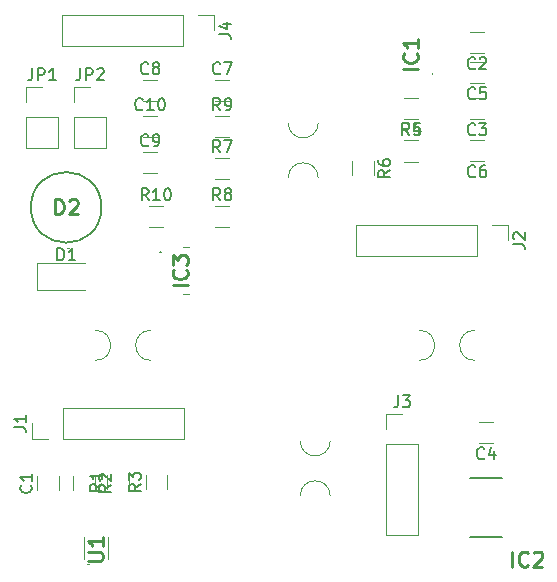
<source format=gbr>
G04 #@! TF.GenerationSoftware,KiCad,Pcbnew,(5.1.5)-3*
G04 #@! TF.CreationDate,2021-02-20T21:47:20+01:00*
G04 #@! TF.ProjectId,brievenbusmelder,62726965-7665-46e6-9275-736d656c6465,rev?*
G04 #@! TF.SameCoordinates,Original*
G04 #@! TF.FileFunction,Legend,Top*
G04 #@! TF.FilePolarity,Positive*
%FSLAX46Y46*%
G04 Gerber Fmt 4.6, Leading zero omitted, Abs format (unit mm)*
G04 Created by KiCad (PCBNEW (5.1.5)-3) date 2021-02-20 21:47:20*
%MOMM*%
%LPD*%
G04 APERTURE LIST*
%ADD10C,0.100000*%
%ADD11C,0.120000*%
%ADD12C,0.200000*%
%ADD13C,0.152400*%
%ADD14C,0.150000*%
%ADD15C,0.254000*%
G04 APERTURE END LIST*
D10*
X59392000Y-66040000D02*
G75*
G02X59392000Y-68580000I0J-1270000D01*
G01*
X64052000Y-66040000D02*
G75*
G03X64052000Y-68580000I0J-1270000D01*
G01*
X49276000Y-80054000D02*
G75*
G02X51816000Y-80054000I1270000J0D01*
G01*
X49276000Y-75394000D02*
G75*
G03X51816000Y-75394000I1270000J0D01*
G01*
X48260000Y-53130000D02*
G75*
G02X50800000Y-53130000I1270000J0D01*
G01*
X48260000Y-48470000D02*
G75*
G03X50800000Y-48470000I1270000J0D01*
G01*
X31960000Y-66040000D02*
G75*
G02X31960000Y-68580000I0J-1270000D01*
G01*
X36620000Y-66040000D02*
G75*
G03X36620000Y-68580000I0J-1270000D01*
G01*
D11*
X27030000Y-79596064D02*
X27030000Y-78391936D01*
X28850000Y-79596064D02*
X28850000Y-78391936D01*
X64864064Y-40746000D02*
X63659936Y-40746000D01*
X64864064Y-42566000D02*
X63659936Y-42566000D01*
X64864064Y-46334000D02*
X63659936Y-46334000D01*
X64864064Y-48154000D02*
X63659936Y-48154000D01*
X65626064Y-75586000D02*
X64421936Y-75586000D01*
X65626064Y-73766000D02*
X64421936Y-73766000D01*
X64864064Y-43286000D02*
X63659936Y-43286000D01*
X64864064Y-45106000D02*
X63659936Y-45106000D01*
X64864064Y-51710000D02*
X63659936Y-51710000D01*
X64864064Y-49890000D02*
X63659936Y-49890000D01*
X42069936Y-44810000D02*
X43274064Y-44810000D01*
X42069936Y-46630000D02*
X43274064Y-46630000D01*
X35973936Y-44810000D02*
X37178064Y-44810000D01*
X35973936Y-46630000D02*
X37178064Y-46630000D01*
X35973936Y-52726000D02*
X37178064Y-52726000D01*
X35973936Y-50906000D02*
X37178064Y-50906000D01*
X35973936Y-49678000D02*
X37178064Y-49678000D01*
X35973936Y-47858000D02*
X37178064Y-47858000D01*
X27004000Y-62603000D02*
X31064000Y-62603000D01*
X27004000Y-60333000D02*
X27004000Y-62603000D01*
X31064000Y-60333000D02*
X27004000Y-60333000D01*
D10*
X29664000Y-59096000D02*
G75*
G02X29564000Y-59096000I-50000J0D01*
G01*
X29564000Y-59096000D02*
G75*
G02X29664000Y-59096000I50000J0D01*
G01*
D12*
X32449000Y-55626000D02*
G75*
G02X26479000Y-55626000I-2985000J0D01*
G01*
X26479000Y-55626000D02*
G75*
G02X32449000Y-55626000I2985000J0D01*
G01*
D10*
X29564000Y-59096000D02*
X29564000Y-59096000D01*
X29664000Y-59096000D02*
X29664000Y-59096000D01*
D12*
X26479000Y-55626000D02*
X26479000Y-55626000D01*
X32449000Y-55626000D02*
X32449000Y-55626000D01*
D10*
X60474000Y-44272000D02*
G75*
G02X60474000Y-44372000I0J-50000D01*
G01*
X60474000Y-44372000D02*
G75*
G02X60474000Y-44272000I0J50000D01*
G01*
X60474000Y-44372000D02*
X60474000Y-44372000D01*
X60474000Y-44272000D02*
X60474000Y-44272000D01*
D13*
X65328800Y-83515200D02*
X66395600Y-83515200D01*
X64719200Y-83515200D02*
X65328800Y-83515200D01*
X63652400Y-83515200D02*
X64719200Y-83515200D01*
X66395600Y-78536800D02*
X63652400Y-78536800D01*
D12*
X37507000Y-59421000D02*
G75*
G02X37407000Y-59421000I-50000J0D01*
G01*
X37407000Y-59421000D02*
G75*
G02X37507000Y-59421000I50000J0D01*
G01*
X37507000Y-59421000D02*
G75*
G02X37407000Y-59421000I-50000J0D01*
G01*
X37407000Y-59421000D02*
X37407000Y-59421000D01*
X37507000Y-59421000D02*
X37507000Y-59421000D01*
X37407000Y-59421000D02*
X37407000Y-59421000D01*
D10*
X39857000Y-58996000D02*
X39357000Y-58996000D01*
X39857000Y-58996000D02*
X39857000Y-58996000D01*
X39357000Y-58996000D02*
X39857000Y-58996000D01*
X39357000Y-58996000D02*
X39357000Y-58996000D01*
X39857000Y-62996000D02*
X39357000Y-62996000D01*
X39857000Y-62996000D02*
X39857000Y-62996000D01*
X39357000Y-62996000D02*
X39857000Y-62996000D01*
X39357000Y-62996000D02*
X39357000Y-62996000D01*
D11*
X26610000Y-75244000D02*
X26610000Y-73914000D01*
X27940000Y-75244000D02*
X26610000Y-75244000D01*
X29210000Y-75244000D02*
X29210000Y-72584000D01*
X29210000Y-72584000D02*
X39430000Y-72584000D01*
X29210000Y-75244000D02*
X39430000Y-75244000D01*
X39430000Y-75244000D02*
X39430000Y-72584000D01*
X66862000Y-57090000D02*
X66862000Y-58420000D01*
X65532000Y-57090000D02*
X66862000Y-57090000D01*
X64262000Y-57090000D02*
X64262000Y-59750000D01*
X64262000Y-59750000D02*
X54042000Y-59750000D01*
X64262000Y-57090000D02*
X54042000Y-57090000D01*
X54042000Y-57090000D02*
X54042000Y-59750000D01*
X56582000Y-73092000D02*
X57912000Y-73092000D01*
X56582000Y-74422000D02*
X56582000Y-73092000D01*
X56582000Y-75692000D02*
X59242000Y-75692000D01*
X59242000Y-75692000D02*
X59242000Y-83372000D01*
X56582000Y-75692000D02*
X56582000Y-83372000D01*
X56582000Y-83372000D02*
X59242000Y-83372000D01*
X29150000Y-39310000D02*
X29150000Y-41970000D01*
X39370000Y-39310000D02*
X29150000Y-39310000D01*
X39370000Y-41970000D02*
X29150000Y-41970000D01*
X39370000Y-39310000D02*
X39370000Y-41970000D01*
X40640000Y-39310000D02*
X41970000Y-39310000D01*
X41970000Y-39310000D02*
X41970000Y-40640000D01*
X26102000Y-45406000D02*
X27432000Y-45406000D01*
X26102000Y-46736000D02*
X26102000Y-45406000D01*
X26102000Y-48006000D02*
X28762000Y-48006000D01*
X28762000Y-48006000D02*
X28762000Y-50606000D01*
X26102000Y-48006000D02*
X26102000Y-50606000D01*
X26102000Y-50606000D02*
X28762000Y-50606000D01*
X30166000Y-50606000D02*
X32826000Y-50606000D01*
X30166000Y-48006000D02*
X30166000Y-50606000D01*
X32826000Y-48006000D02*
X32826000Y-50606000D01*
X30166000Y-48006000D02*
X32826000Y-48006000D01*
X30166000Y-46736000D02*
X30166000Y-45406000D01*
X30166000Y-45406000D02*
X31496000Y-45406000D01*
X32929001Y-79479063D02*
X32929001Y-78274935D01*
X34749001Y-79479063D02*
X34749001Y-78274935D01*
X31898000Y-78391936D02*
X31898000Y-79596064D01*
X30078000Y-78391936D02*
X30078000Y-79596064D01*
X38039001Y-79479063D02*
X38039001Y-78274935D01*
X36219001Y-79479063D02*
X36219001Y-78274935D01*
X59276064Y-48154000D02*
X58071936Y-48154000D01*
X59276064Y-46334000D02*
X58071936Y-46334000D01*
X58071936Y-51746500D02*
X59276064Y-51746500D01*
X58071936Y-49926500D02*
X59276064Y-49926500D01*
X55520000Y-51721936D02*
X55520000Y-52926064D01*
X53700000Y-51721936D02*
X53700000Y-52926064D01*
X42069936Y-53234000D02*
X43274064Y-53234000D01*
X42069936Y-51414000D02*
X43274064Y-51414000D01*
X42069936Y-55478000D02*
X43274064Y-55478000D01*
X42069936Y-57298000D02*
X43274064Y-57298000D01*
X42069936Y-49678000D02*
X43274064Y-49678000D01*
X42069936Y-47858000D02*
X43274064Y-47858000D01*
X36481936Y-57298000D02*
X37686064Y-57298000D01*
X36481936Y-55478000D02*
X37686064Y-55478000D01*
D10*
X31304000Y-85857000D02*
G75*
G03X31404000Y-85857000I50000J0D01*
G01*
X31404000Y-85857000D02*
G75*
G03X31304000Y-85857000I-50000J0D01*
G01*
X31404000Y-85857000D02*
X31404000Y-85857000D01*
X31304000Y-85857000D02*
X31304000Y-85857000D01*
X33004000Y-85357000D02*
X33004000Y-83557000D01*
X31004000Y-85357000D02*
X31004000Y-83557000D01*
D14*
X26477142Y-79160666D02*
X26524761Y-79208285D01*
X26572380Y-79351142D01*
X26572380Y-79446380D01*
X26524761Y-79589238D01*
X26429523Y-79684476D01*
X26334285Y-79732095D01*
X26143809Y-79779714D01*
X26000952Y-79779714D01*
X25810476Y-79732095D01*
X25715238Y-79684476D01*
X25620000Y-79589238D01*
X25572380Y-79446380D01*
X25572380Y-79351142D01*
X25620000Y-79208285D01*
X25667619Y-79160666D01*
X26572380Y-78208285D02*
X26572380Y-78779714D01*
X26572380Y-78494000D02*
X25572380Y-78494000D01*
X25715238Y-78589238D01*
X25810476Y-78684476D01*
X25858095Y-78779714D01*
X64095333Y-43833142D02*
X64047714Y-43880761D01*
X63904857Y-43928380D01*
X63809619Y-43928380D01*
X63666761Y-43880761D01*
X63571523Y-43785523D01*
X63523904Y-43690285D01*
X63476285Y-43499809D01*
X63476285Y-43356952D01*
X63523904Y-43166476D01*
X63571523Y-43071238D01*
X63666761Y-42976000D01*
X63809619Y-42928380D01*
X63904857Y-42928380D01*
X64047714Y-42976000D01*
X64095333Y-43023619D01*
X64476285Y-43023619D02*
X64523904Y-42976000D01*
X64619142Y-42928380D01*
X64857238Y-42928380D01*
X64952476Y-42976000D01*
X65000095Y-43023619D01*
X65047714Y-43118857D01*
X65047714Y-43214095D01*
X65000095Y-43356952D01*
X64428666Y-43928380D01*
X65047714Y-43928380D01*
X64095333Y-49421142D02*
X64047714Y-49468761D01*
X63904857Y-49516380D01*
X63809619Y-49516380D01*
X63666761Y-49468761D01*
X63571523Y-49373523D01*
X63523904Y-49278285D01*
X63476285Y-49087809D01*
X63476285Y-48944952D01*
X63523904Y-48754476D01*
X63571523Y-48659238D01*
X63666761Y-48564000D01*
X63809619Y-48516380D01*
X63904857Y-48516380D01*
X64047714Y-48564000D01*
X64095333Y-48611619D01*
X64428666Y-48516380D02*
X65047714Y-48516380D01*
X64714380Y-48897333D01*
X64857238Y-48897333D01*
X64952476Y-48944952D01*
X65000095Y-48992571D01*
X65047714Y-49087809D01*
X65047714Y-49325904D01*
X65000095Y-49421142D01*
X64952476Y-49468761D01*
X64857238Y-49516380D01*
X64571523Y-49516380D01*
X64476285Y-49468761D01*
X64428666Y-49421142D01*
X64857333Y-76853142D02*
X64809714Y-76900761D01*
X64666857Y-76948380D01*
X64571619Y-76948380D01*
X64428761Y-76900761D01*
X64333523Y-76805523D01*
X64285904Y-76710285D01*
X64238285Y-76519809D01*
X64238285Y-76376952D01*
X64285904Y-76186476D01*
X64333523Y-76091238D01*
X64428761Y-75996000D01*
X64571619Y-75948380D01*
X64666857Y-75948380D01*
X64809714Y-75996000D01*
X64857333Y-76043619D01*
X65714476Y-76281714D02*
X65714476Y-76948380D01*
X65476380Y-75900761D02*
X65238285Y-76615047D01*
X65857333Y-76615047D01*
X64095333Y-46373142D02*
X64047714Y-46420761D01*
X63904857Y-46468380D01*
X63809619Y-46468380D01*
X63666761Y-46420761D01*
X63571523Y-46325523D01*
X63523904Y-46230285D01*
X63476285Y-46039809D01*
X63476285Y-45896952D01*
X63523904Y-45706476D01*
X63571523Y-45611238D01*
X63666761Y-45516000D01*
X63809619Y-45468380D01*
X63904857Y-45468380D01*
X64047714Y-45516000D01*
X64095333Y-45563619D01*
X65000095Y-45468380D02*
X64523904Y-45468380D01*
X64476285Y-45944571D01*
X64523904Y-45896952D01*
X64619142Y-45849333D01*
X64857238Y-45849333D01*
X64952476Y-45896952D01*
X65000095Y-45944571D01*
X65047714Y-46039809D01*
X65047714Y-46277904D01*
X65000095Y-46373142D01*
X64952476Y-46420761D01*
X64857238Y-46468380D01*
X64619142Y-46468380D01*
X64523904Y-46420761D01*
X64476285Y-46373142D01*
X64095333Y-52977142D02*
X64047714Y-53024761D01*
X63904857Y-53072380D01*
X63809619Y-53072380D01*
X63666761Y-53024761D01*
X63571523Y-52929523D01*
X63523904Y-52834285D01*
X63476285Y-52643809D01*
X63476285Y-52500952D01*
X63523904Y-52310476D01*
X63571523Y-52215238D01*
X63666761Y-52120000D01*
X63809619Y-52072380D01*
X63904857Y-52072380D01*
X64047714Y-52120000D01*
X64095333Y-52167619D01*
X64952476Y-52072380D02*
X64762000Y-52072380D01*
X64666761Y-52120000D01*
X64619142Y-52167619D01*
X64523904Y-52310476D01*
X64476285Y-52500952D01*
X64476285Y-52881904D01*
X64523904Y-52977142D01*
X64571523Y-53024761D01*
X64666761Y-53072380D01*
X64857238Y-53072380D01*
X64952476Y-53024761D01*
X65000095Y-52977142D01*
X65047714Y-52881904D01*
X65047714Y-52643809D01*
X65000095Y-52548571D01*
X64952476Y-52500952D01*
X64857238Y-52453333D01*
X64666761Y-52453333D01*
X64571523Y-52500952D01*
X64523904Y-52548571D01*
X64476285Y-52643809D01*
X42505333Y-44257142D02*
X42457714Y-44304761D01*
X42314857Y-44352380D01*
X42219619Y-44352380D01*
X42076761Y-44304761D01*
X41981523Y-44209523D01*
X41933904Y-44114285D01*
X41886285Y-43923809D01*
X41886285Y-43780952D01*
X41933904Y-43590476D01*
X41981523Y-43495238D01*
X42076761Y-43400000D01*
X42219619Y-43352380D01*
X42314857Y-43352380D01*
X42457714Y-43400000D01*
X42505333Y-43447619D01*
X42838666Y-43352380D02*
X43505333Y-43352380D01*
X43076761Y-44352380D01*
X36409333Y-44257142D02*
X36361714Y-44304761D01*
X36218857Y-44352380D01*
X36123619Y-44352380D01*
X35980761Y-44304761D01*
X35885523Y-44209523D01*
X35837904Y-44114285D01*
X35790285Y-43923809D01*
X35790285Y-43780952D01*
X35837904Y-43590476D01*
X35885523Y-43495238D01*
X35980761Y-43400000D01*
X36123619Y-43352380D01*
X36218857Y-43352380D01*
X36361714Y-43400000D01*
X36409333Y-43447619D01*
X36980761Y-43780952D02*
X36885523Y-43733333D01*
X36837904Y-43685714D01*
X36790285Y-43590476D01*
X36790285Y-43542857D01*
X36837904Y-43447619D01*
X36885523Y-43400000D01*
X36980761Y-43352380D01*
X37171238Y-43352380D01*
X37266476Y-43400000D01*
X37314095Y-43447619D01*
X37361714Y-43542857D01*
X37361714Y-43590476D01*
X37314095Y-43685714D01*
X37266476Y-43733333D01*
X37171238Y-43780952D01*
X36980761Y-43780952D01*
X36885523Y-43828571D01*
X36837904Y-43876190D01*
X36790285Y-43971428D01*
X36790285Y-44161904D01*
X36837904Y-44257142D01*
X36885523Y-44304761D01*
X36980761Y-44352380D01*
X37171238Y-44352380D01*
X37266476Y-44304761D01*
X37314095Y-44257142D01*
X37361714Y-44161904D01*
X37361714Y-43971428D01*
X37314095Y-43876190D01*
X37266476Y-43828571D01*
X37171238Y-43780952D01*
X36409333Y-50353142D02*
X36361714Y-50400761D01*
X36218857Y-50448380D01*
X36123619Y-50448380D01*
X35980761Y-50400761D01*
X35885523Y-50305523D01*
X35837904Y-50210285D01*
X35790285Y-50019809D01*
X35790285Y-49876952D01*
X35837904Y-49686476D01*
X35885523Y-49591238D01*
X35980761Y-49496000D01*
X36123619Y-49448380D01*
X36218857Y-49448380D01*
X36361714Y-49496000D01*
X36409333Y-49543619D01*
X36885523Y-50448380D02*
X37076000Y-50448380D01*
X37171238Y-50400761D01*
X37218857Y-50353142D01*
X37314095Y-50210285D01*
X37361714Y-50019809D01*
X37361714Y-49638857D01*
X37314095Y-49543619D01*
X37266476Y-49496000D01*
X37171238Y-49448380D01*
X36980761Y-49448380D01*
X36885523Y-49496000D01*
X36837904Y-49543619D01*
X36790285Y-49638857D01*
X36790285Y-49876952D01*
X36837904Y-49972190D01*
X36885523Y-50019809D01*
X36980761Y-50067428D01*
X37171238Y-50067428D01*
X37266476Y-50019809D01*
X37314095Y-49972190D01*
X37361714Y-49876952D01*
X35933142Y-47305142D02*
X35885523Y-47352761D01*
X35742666Y-47400380D01*
X35647428Y-47400380D01*
X35504571Y-47352761D01*
X35409333Y-47257523D01*
X35361714Y-47162285D01*
X35314095Y-46971809D01*
X35314095Y-46828952D01*
X35361714Y-46638476D01*
X35409333Y-46543238D01*
X35504571Y-46448000D01*
X35647428Y-46400380D01*
X35742666Y-46400380D01*
X35885523Y-46448000D01*
X35933142Y-46495619D01*
X36885523Y-47400380D02*
X36314095Y-47400380D01*
X36599809Y-47400380D02*
X36599809Y-46400380D01*
X36504571Y-46543238D01*
X36409333Y-46638476D01*
X36314095Y-46686095D01*
X37504571Y-46400380D02*
X37599809Y-46400380D01*
X37695047Y-46448000D01*
X37742666Y-46495619D01*
X37790285Y-46590857D01*
X37837904Y-46781333D01*
X37837904Y-47019428D01*
X37790285Y-47209904D01*
X37742666Y-47305142D01*
X37695047Y-47352761D01*
X37599809Y-47400380D01*
X37504571Y-47400380D01*
X37409333Y-47352761D01*
X37361714Y-47305142D01*
X37314095Y-47209904D01*
X37266476Y-47019428D01*
X37266476Y-46781333D01*
X37314095Y-46590857D01*
X37361714Y-46495619D01*
X37409333Y-46448000D01*
X37504571Y-46400380D01*
X28725904Y-60100380D02*
X28725904Y-59100380D01*
X28964000Y-59100380D01*
X29106857Y-59148000D01*
X29202095Y-59243238D01*
X29249714Y-59338476D01*
X29297333Y-59528952D01*
X29297333Y-59671809D01*
X29249714Y-59862285D01*
X29202095Y-59957523D01*
X29106857Y-60052761D01*
X28964000Y-60100380D01*
X28725904Y-60100380D01*
X30249714Y-60100380D02*
X29678285Y-60100380D01*
X29964000Y-60100380D02*
X29964000Y-59100380D01*
X29868761Y-59243238D01*
X29773523Y-59338476D01*
X29678285Y-59386095D01*
D15*
X28526619Y-56200523D02*
X28526619Y-54930523D01*
X28829000Y-54930523D01*
X29010428Y-54991000D01*
X29131380Y-55111952D01*
X29191857Y-55232904D01*
X29252333Y-55474809D01*
X29252333Y-55656238D01*
X29191857Y-55898142D01*
X29131380Y-56019095D01*
X29010428Y-56140047D01*
X28829000Y-56200523D01*
X28526619Y-56200523D01*
X29736142Y-55051476D02*
X29796619Y-54991000D01*
X29917571Y-54930523D01*
X30219952Y-54930523D01*
X30340904Y-54991000D01*
X30401380Y-55051476D01*
X30461857Y-55172428D01*
X30461857Y-55293380D01*
X30401380Y-55474809D01*
X29675666Y-56200523D01*
X30461857Y-56200523D01*
X59248523Y-43911761D02*
X57978523Y-43911761D01*
X59127571Y-42581285D02*
X59188047Y-42641761D01*
X59248523Y-42823190D01*
X59248523Y-42944142D01*
X59188047Y-43125571D01*
X59067095Y-43246523D01*
X58946142Y-43307000D01*
X58704238Y-43367476D01*
X58522809Y-43367476D01*
X58280904Y-43307000D01*
X58159952Y-43246523D01*
X58039000Y-43125571D01*
X57978523Y-42944142D01*
X57978523Y-42823190D01*
X58039000Y-42641761D01*
X58099476Y-42581285D01*
X59248523Y-41371761D02*
X59248523Y-42097476D01*
X59248523Y-41734619D02*
X57978523Y-41734619D01*
X58159952Y-41855571D01*
X58280904Y-41976523D01*
X58341380Y-42097476D01*
X67238638Y-86045523D02*
X67238638Y-84775523D01*
X68569114Y-85924571D02*
X68508638Y-85985047D01*
X68327209Y-86045523D01*
X68206257Y-86045523D01*
X68024828Y-85985047D01*
X67903876Y-85864095D01*
X67843400Y-85743142D01*
X67782923Y-85501238D01*
X67782923Y-85319809D01*
X67843400Y-85077904D01*
X67903876Y-84956952D01*
X68024828Y-84836000D01*
X68206257Y-84775523D01*
X68327209Y-84775523D01*
X68508638Y-84836000D01*
X68569114Y-84896476D01*
X69052923Y-84896476D02*
X69113400Y-84836000D01*
X69234352Y-84775523D01*
X69536733Y-84775523D01*
X69657685Y-84836000D01*
X69718161Y-84896476D01*
X69778638Y-85017428D01*
X69778638Y-85138380D01*
X69718161Y-85319809D01*
X68992447Y-86045523D01*
X69778638Y-86045523D01*
X39746523Y-62235761D02*
X38476523Y-62235761D01*
X39625571Y-60905285D02*
X39686047Y-60965761D01*
X39746523Y-61147190D01*
X39746523Y-61268142D01*
X39686047Y-61449571D01*
X39565095Y-61570523D01*
X39444142Y-61631000D01*
X39202238Y-61691476D01*
X39020809Y-61691476D01*
X38778904Y-61631000D01*
X38657952Y-61570523D01*
X38537000Y-61449571D01*
X38476523Y-61268142D01*
X38476523Y-61147190D01*
X38537000Y-60965761D01*
X38597476Y-60905285D01*
X38476523Y-60481952D02*
X38476523Y-59695761D01*
X38960333Y-60119095D01*
X38960333Y-59937666D01*
X39020809Y-59816714D01*
X39081285Y-59756238D01*
X39202238Y-59695761D01*
X39504619Y-59695761D01*
X39625571Y-59756238D01*
X39686047Y-59816714D01*
X39746523Y-59937666D01*
X39746523Y-60300523D01*
X39686047Y-60421476D01*
X39625571Y-60481952D01*
D14*
X25062380Y-74247333D02*
X25776666Y-74247333D01*
X25919523Y-74294952D01*
X26014761Y-74390190D01*
X26062380Y-74533047D01*
X26062380Y-74628285D01*
X26062380Y-73247333D02*
X26062380Y-73818761D01*
X26062380Y-73533047D02*
X25062380Y-73533047D01*
X25205238Y-73628285D01*
X25300476Y-73723523D01*
X25348095Y-73818761D01*
X67314380Y-58753333D02*
X68028666Y-58753333D01*
X68171523Y-58800952D01*
X68266761Y-58896190D01*
X68314380Y-59039047D01*
X68314380Y-59134285D01*
X67409619Y-58324761D02*
X67362000Y-58277142D01*
X67314380Y-58181904D01*
X67314380Y-57943809D01*
X67362000Y-57848571D01*
X67409619Y-57800952D01*
X67504857Y-57753333D01*
X67600095Y-57753333D01*
X67742952Y-57800952D01*
X68314380Y-58372380D01*
X68314380Y-57753333D01*
X57578666Y-71544380D02*
X57578666Y-72258666D01*
X57531047Y-72401523D01*
X57435809Y-72496761D01*
X57292952Y-72544380D01*
X57197714Y-72544380D01*
X57959619Y-71544380D02*
X58578666Y-71544380D01*
X58245333Y-71925333D01*
X58388190Y-71925333D01*
X58483428Y-71972952D01*
X58531047Y-72020571D01*
X58578666Y-72115809D01*
X58578666Y-72353904D01*
X58531047Y-72449142D01*
X58483428Y-72496761D01*
X58388190Y-72544380D01*
X58102476Y-72544380D01*
X58007238Y-72496761D01*
X57959619Y-72449142D01*
X42422380Y-40973333D02*
X43136666Y-40973333D01*
X43279523Y-41020952D01*
X43374761Y-41116190D01*
X43422380Y-41259047D01*
X43422380Y-41354285D01*
X42755714Y-40068571D02*
X43422380Y-40068571D01*
X42374761Y-40306666D02*
X43089047Y-40544761D01*
X43089047Y-39925714D01*
X26598666Y-43858380D02*
X26598666Y-44572666D01*
X26551047Y-44715523D01*
X26455809Y-44810761D01*
X26312952Y-44858380D01*
X26217714Y-44858380D01*
X27074857Y-44858380D02*
X27074857Y-43858380D01*
X27455809Y-43858380D01*
X27551047Y-43906000D01*
X27598666Y-43953619D01*
X27646285Y-44048857D01*
X27646285Y-44191714D01*
X27598666Y-44286952D01*
X27551047Y-44334571D01*
X27455809Y-44382190D01*
X27074857Y-44382190D01*
X28598666Y-44858380D02*
X28027238Y-44858380D01*
X28312952Y-44858380D02*
X28312952Y-43858380D01*
X28217714Y-44001238D01*
X28122476Y-44096476D01*
X28027238Y-44144095D01*
X30662666Y-43858380D02*
X30662666Y-44572666D01*
X30615047Y-44715523D01*
X30519809Y-44810761D01*
X30376952Y-44858380D01*
X30281714Y-44858380D01*
X31138857Y-44858380D02*
X31138857Y-43858380D01*
X31519809Y-43858380D01*
X31615047Y-43906000D01*
X31662666Y-43953619D01*
X31710285Y-44048857D01*
X31710285Y-44191714D01*
X31662666Y-44286952D01*
X31615047Y-44334571D01*
X31519809Y-44382190D01*
X31138857Y-44382190D01*
X32091238Y-43953619D02*
X32138857Y-43906000D01*
X32234095Y-43858380D01*
X32472190Y-43858380D01*
X32567428Y-43906000D01*
X32615047Y-43953619D01*
X32662666Y-44048857D01*
X32662666Y-44144095D01*
X32615047Y-44286952D01*
X32043619Y-44858380D01*
X32662666Y-44858380D01*
X32471381Y-79043665D02*
X31995191Y-79376999D01*
X32471381Y-79615094D02*
X31471381Y-79615094D01*
X31471381Y-79234141D01*
X31519001Y-79138903D01*
X31566620Y-79091284D01*
X31661858Y-79043665D01*
X31804715Y-79043665D01*
X31899953Y-79091284D01*
X31947572Y-79138903D01*
X31995191Y-79234141D01*
X31995191Y-79615094D01*
X32471381Y-78091284D02*
X32471381Y-78662713D01*
X32471381Y-78376999D02*
X31471381Y-78376999D01*
X31614239Y-78472237D01*
X31709477Y-78567475D01*
X31757096Y-78662713D01*
X33260380Y-79160666D02*
X32784190Y-79494000D01*
X33260380Y-79732095D02*
X32260380Y-79732095D01*
X32260380Y-79351142D01*
X32308000Y-79255904D01*
X32355619Y-79208285D01*
X32450857Y-79160666D01*
X32593714Y-79160666D01*
X32688952Y-79208285D01*
X32736571Y-79255904D01*
X32784190Y-79351142D01*
X32784190Y-79732095D01*
X32355619Y-78779714D02*
X32308000Y-78732095D01*
X32260380Y-78636857D01*
X32260380Y-78398761D01*
X32308000Y-78303523D01*
X32355619Y-78255904D01*
X32450857Y-78208285D01*
X32546095Y-78208285D01*
X32688952Y-78255904D01*
X33260380Y-78827333D01*
X33260380Y-78208285D01*
X35761381Y-79043665D02*
X35285191Y-79376999D01*
X35761381Y-79615094D02*
X34761381Y-79615094D01*
X34761381Y-79234141D01*
X34809001Y-79138903D01*
X34856620Y-79091284D01*
X34951858Y-79043665D01*
X35094715Y-79043665D01*
X35189953Y-79091284D01*
X35237572Y-79138903D01*
X35285191Y-79234141D01*
X35285191Y-79615094D01*
X34761381Y-78710332D02*
X34761381Y-78091284D01*
X35142334Y-78424618D01*
X35142334Y-78281760D01*
X35189953Y-78186522D01*
X35237572Y-78138903D01*
X35332810Y-78091284D01*
X35570905Y-78091284D01*
X35666143Y-78138903D01*
X35713762Y-78186522D01*
X35761381Y-78281760D01*
X35761381Y-78567475D01*
X35713762Y-78662713D01*
X35666143Y-78710332D01*
X58507333Y-49516380D02*
X58174000Y-49040190D01*
X57935904Y-49516380D02*
X57935904Y-48516380D01*
X58316857Y-48516380D01*
X58412095Y-48564000D01*
X58459714Y-48611619D01*
X58507333Y-48706857D01*
X58507333Y-48849714D01*
X58459714Y-48944952D01*
X58412095Y-48992571D01*
X58316857Y-49040190D01*
X57935904Y-49040190D01*
X59364476Y-48849714D02*
X59364476Y-49516380D01*
X59126380Y-48468761D02*
X58888285Y-49183047D01*
X59507333Y-49183047D01*
X58507333Y-49468880D02*
X58174000Y-48992690D01*
X57935904Y-49468880D02*
X57935904Y-48468880D01*
X58316857Y-48468880D01*
X58412095Y-48516500D01*
X58459714Y-48564119D01*
X58507333Y-48659357D01*
X58507333Y-48802214D01*
X58459714Y-48897452D01*
X58412095Y-48945071D01*
X58316857Y-48992690D01*
X57935904Y-48992690D01*
X59412095Y-48468880D02*
X58935904Y-48468880D01*
X58888285Y-48945071D01*
X58935904Y-48897452D01*
X59031142Y-48849833D01*
X59269238Y-48849833D01*
X59364476Y-48897452D01*
X59412095Y-48945071D01*
X59459714Y-49040309D01*
X59459714Y-49278404D01*
X59412095Y-49373642D01*
X59364476Y-49421261D01*
X59269238Y-49468880D01*
X59031142Y-49468880D01*
X58935904Y-49421261D01*
X58888285Y-49373642D01*
X56882380Y-52490666D02*
X56406190Y-52824000D01*
X56882380Y-53062095D02*
X55882380Y-53062095D01*
X55882380Y-52681142D01*
X55930000Y-52585904D01*
X55977619Y-52538285D01*
X56072857Y-52490666D01*
X56215714Y-52490666D01*
X56310952Y-52538285D01*
X56358571Y-52585904D01*
X56406190Y-52681142D01*
X56406190Y-53062095D01*
X55882380Y-51633523D02*
X55882380Y-51824000D01*
X55930000Y-51919238D01*
X55977619Y-51966857D01*
X56120476Y-52062095D01*
X56310952Y-52109714D01*
X56691904Y-52109714D01*
X56787142Y-52062095D01*
X56834761Y-52014476D01*
X56882380Y-51919238D01*
X56882380Y-51728761D01*
X56834761Y-51633523D01*
X56787142Y-51585904D01*
X56691904Y-51538285D01*
X56453809Y-51538285D01*
X56358571Y-51585904D01*
X56310952Y-51633523D01*
X56263333Y-51728761D01*
X56263333Y-51919238D01*
X56310952Y-52014476D01*
X56358571Y-52062095D01*
X56453809Y-52109714D01*
X42505333Y-50956380D02*
X42172000Y-50480190D01*
X41933904Y-50956380D02*
X41933904Y-49956380D01*
X42314857Y-49956380D01*
X42410095Y-50004000D01*
X42457714Y-50051619D01*
X42505333Y-50146857D01*
X42505333Y-50289714D01*
X42457714Y-50384952D01*
X42410095Y-50432571D01*
X42314857Y-50480190D01*
X41933904Y-50480190D01*
X42838666Y-49956380D02*
X43505333Y-49956380D01*
X43076761Y-50956380D01*
X42505333Y-55020380D02*
X42172000Y-54544190D01*
X41933904Y-55020380D02*
X41933904Y-54020380D01*
X42314857Y-54020380D01*
X42410095Y-54068000D01*
X42457714Y-54115619D01*
X42505333Y-54210857D01*
X42505333Y-54353714D01*
X42457714Y-54448952D01*
X42410095Y-54496571D01*
X42314857Y-54544190D01*
X41933904Y-54544190D01*
X43076761Y-54448952D02*
X42981523Y-54401333D01*
X42933904Y-54353714D01*
X42886285Y-54258476D01*
X42886285Y-54210857D01*
X42933904Y-54115619D01*
X42981523Y-54068000D01*
X43076761Y-54020380D01*
X43267238Y-54020380D01*
X43362476Y-54068000D01*
X43410095Y-54115619D01*
X43457714Y-54210857D01*
X43457714Y-54258476D01*
X43410095Y-54353714D01*
X43362476Y-54401333D01*
X43267238Y-54448952D01*
X43076761Y-54448952D01*
X42981523Y-54496571D01*
X42933904Y-54544190D01*
X42886285Y-54639428D01*
X42886285Y-54829904D01*
X42933904Y-54925142D01*
X42981523Y-54972761D01*
X43076761Y-55020380D01*
X43267238Y-55020380D01*
X43362476Y-54972761D01*
X43410095Y-54925142D01*
X43457714Y-54829904D01*
X43457714Y-54639428D01*
X43410095Y-54544190D01*
X43362476Y-54496571D01*
X43267238Y-54448952D01*
X42505333Y-47400380D02*
X42172000Y-46924190D01*
X41933904Y-47400380D02*
X41933904Y-46400380D01*
X42314857Y-46400380D01*
X42410095Y-46448000D01*
X42457714Y-46495619D01*
X42505333Y-46590857D01*
X42505333Y-46733714D01*
X42457714Y-46828952D01*
X42410095Y-46876571D01*
X42314857Y-46924190D01*
X41933904Y-46924190D01*
X42981523Y-47400380D02*
X43172000Y-47400380D01*
X43267238Y-47352761D01*
X43314857Y-47305142D01*
X43410095Y-47162285D01*
X43457714Y-46971809D01*
X43457714Y-46590857D01*
X43410095Y-46495619D01*
X43362476Y-46448000D01*
X43267238Y-46400380D01*
X43076761Y-46400380D01*
X42981523Y-46448000D01*
X42933904Y-46495619D01*
X42886285Y-46590857D01*
X42886285Y-46828952D01*
X42933904Y-46924190D01*
X42981523Y-46971809D01*
X43076761Y-47019428D01*
X43267238Y-47019428D01*
X43362476Y-46971809D01*
X43410095Y-46924190D01*
X43457714Y-46828952D01*
X36441142Y-55020380D02*
X36107809Y-54544190D01*
X35869714Y-55020380D02*
X35869714Y-54020380D01*
X36250666Y-54020380D01*
X36345904Y-54068000D01*
X36393523Y-54115619D01*
X36441142Y-54210857D01*
X36441142Y-54353714D01*
X36393523Y-54448952D01*
X36345904Y-54496571D01*
X36250666Y-54544190D01*
X35869714Y-54544190D01*
X37393523Y-55020380D02*
X36822095Y-55020380D01*
X37107809Y-55020380D02*
X37107809Y-54020380D01*
X37012571Y-54163238D01*
X36917333Y-54258476D01*
X36822095Y-54306095D01*
X38012571Y-54020380D02*
X38107809Y-54020380D01*
X38203047Y-54068000D01*
X38250666Y-54115619D01*
X38298285Y-54210857D01*
X38345904Y-54401333D01*
X38345904Y-54639428D01*
X38298285Y-54829904D01*
X38250666Y-54925142D01*
X38203047Y-54972761D01*
X38107809Y-55020380D01*
X38012571Y-55020380D01*
X37917333Y-54972761D01*
X37869714Y-54925142D01*
X37822095Y-54829904D01*
X37774476Y-54639428D01*
X37774476Y-54401333D01*
X37822095Y-54210857D01*
X37869714Y-54115619D01*
X37917333Y-54068000D01*
X38012571Y-54020380D01*
D15*
X31308523Y-85549619D02*
X32336619Y-85549619D01*
X32457571Y-85489142D01*
X32518047Y-85428666D01*
X32578523Y-85307714D01*
X32578523Y-85065809D01*
X32518047Y-84944857D01*
X32457571Y-84884380D01*
X32336619Y-84823904D01*
X31308523Y-84823904D01*
X32578523Y-83553904D02*
X32578523Y-84279619D01*
X32578523Y-83916761D02*
X31308523Y-83916761D01*
X31489952Y-84037714D01*
X31610904Y-84158666D01*
X31671380Y-84279619D01*
M02*

</source>
